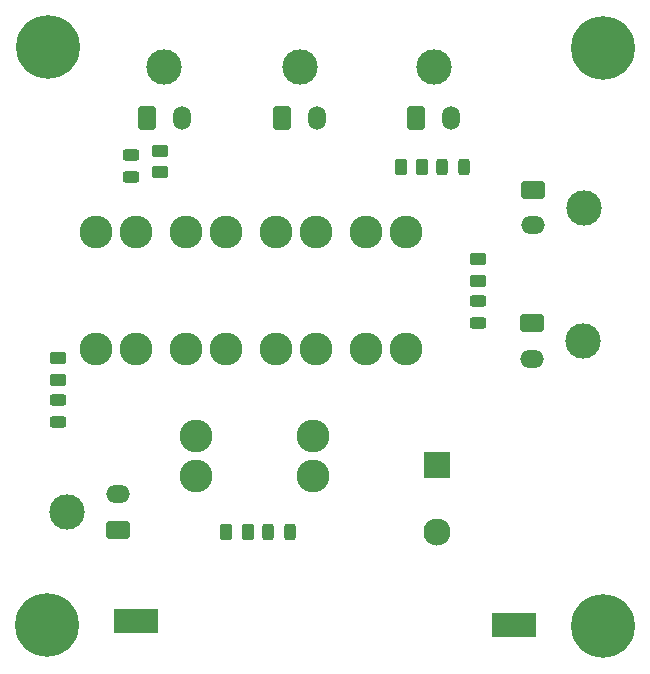
<source format=gbr>
%TF.GenerationSoftware,KiCad,Pcbnew,7.0.8*%
%TF.CreationDate,2024-01-15T21:24:21-08:00*%
%TF.ProjectId,Power Distribution 2023-2024,506f7765-7220-4446-9973-747269627574,rev?*%
%TF.SameCoordinates,Original*%
%TF.FileFunction,Soldermask,Top*%
%TF.FilePolarity,Negative*%
%FSLAX46Y46*%
G04 Gerber Fmt 4.6, Leading zero omitted, Abs format (unit mm)*
G04 Created by KiCad (PCBNEW 7.0.8) date 2024-01-15 21:24:21*
%MOMM*%
%LPD*%
G01*
G04 APERTURE LIST*
G04 Aperture macros list*
%AMRoundRect*
0 Rectangle with rounded corners*
0 $1 Rounding radius*
0 $2 $3 $4 $5 $6 $7 $8 $9 X,Y pos of 4 corners*
0 Add a 4 corners polygon primitive as box body*
4,1,4,$2,$3,$4,$5,$6,$7,$8,$9,$2,$3,0*
0 Add four circle primitives for the rounded corners*
1,1,$1+$1,$2,$3*
1,1,$1+$1,$4,$5*
1,1,$1+$1,$6,$7*
1,1,$1+$1,$8,$9*
0 Add four rect primitives between the rounded corners*
20,1,$1+$1,$2,$3,$4,$5,0*
20,1,$1+$1,$4,$5,$6,$7,0*
20,1,$1+$1,$6,$7,$8,$9,0*
20,1,$1+$1,$8,$9,$2,$3,0*%
G04 Aperture macros list end*
%ADD10C,2.780000*%
%ADD11RoundRect,0.250000X0.262500X0.450000X-0.262500X0.450000X-0.262500X-0.450000X0.262500X-0.450000X0*%
%ADD12C,3.000000*%
%ADD13RoundRect,0.250001X-0.759999X0.499999X-0.759999X-0.499999X0.759999X-0.499999X0.759999X0.499999X0*%
%ADD14O,2.020000X1.500000*%
%ADD15RoundRect,0.250000X-0.450000X0.262500X-0.450000X-0.262500X0.450000X-0.262500X0.450000X0.262500X0*%
%ADD16RoundRect,0.250000X-0.262500X-0.450000X0.262500X-0.450000X0.262500X0.450000X-0.262500X0.450000X0*%
%ADD17RoundRect,0.250001X-0.499999X-0.759999X0.499999X-0.759999X0.499999X0.759999X-0.499999X0.759999X0*%
%ADD18O,1.500000X2.020000*%
%ADD19RoundRect,0.243750X0.456250X-0.243750X0.456250X0.243750X-0.456250X0.243750X-0.456250X-0.243750X0*%
%ADD20R,2.300000X2.300000*%
%ADD21C,2.300000*%
%ADD22C,5.400000*%
%ADD23RoundRect,0.250000X0.450000X-0.262500X0.450000X0.262500X-0.450000X0.262500X-0.450000X-0.262500X0*%
%ADD24RoundRect,0.243750X0.243750X0.456250X-0.243750X0.456250X-0.243750X-0.456250X0.243750X-0.456250X0*%
%ADD25RoundRect,0.243750X-0.456250X0.243750X-0.456250X-0.243750X0.456250X-0.243750X0.456250X0.243750X0*%
%ADD26R,3.800000X2.000000*%
%ADD27RoundRect,0.250001X0.759999X-0.499999X0.759999X0.499999X-0.759999X0.499999X-0.759999X-0.499999X0*%
G04 APERTURE END LIST*
D10*
%TO.C,F5*%
X228180000Y-126460000D03*
X231580000Y-126460000D03*
X228180000Y-116540000D03*
X231580000Y-116540000D03*
%TD*%
%TO.C,F2*%
X220560000Y-126460000D03*
X223960000Y-126460000D03*
X220560000Y-116540000D03*
X223960000Y-116540000D03*
%TD*%
D11*
%TO.C,R4*%
X233419645Y-141973749D03*
X231594645Y-141973749D03*
%TD*%
D12*
%TO.C,J3*%
X261902214Y-114506100D03*
D13*
X257582214Y-113006100D03*
D14*
X257582214Y-116006100D03*
%TD*%
D15*
%TO.C,R2*%
X217344495Y-127279655D03*
X217344495Y-129104655D03*
%TD*%
D16*
%TO.C,R3*%
X246374393Y-111090103D03*
X248199393Y-111090103D03*
%TD*%
D12*
%TO.C,J7*%
X249166756Y-102577783D03*
D17*
X247666756Y-106897783D03*
D18*
X250666756Y-106897783D03*
%TD*%
D19*
%TO.C,D2*%
X217354132Y-132660000D03*
X217354132Y-130785000D03*
%TD*%
D10*
%TO.C,F3*%
X235800000Y-126460000D03*
X239200000Y-126460000D03*
X235800000Y-116540000D03*
X239200000Y-116540000D03*
%TD*%
D20*
%TO.C,J4*%
X249414056Y-136256176D03*
D21*
X249414056Y-141956177D03*
%TD*%
D12*
%TO.C,J5*%
X226362275Y-102611171D03*
D17*
X224862275Y-106931171D03*
D18*
X227862275Y-106931171D03*
%TD*%
D22*
%TO.C,He2*%
X216522170Y-100948890D03*
%TD*%
D12*
%TO.C,J6*%
X237831218Y-102637707D03*
D17*
X236331218Y-106957707D03*
D18*
X239331218Y-106957707D03*
%TD*%
D23*
%TO.C,R5*%
X226000000Y-111500000D03*
X226000000Y-109675000D03*
%TD*%
D15*
%TO.C,R1*%
X252890185Y-118884519D03*
X252890185Y-120709519D03*
%TD*%
D19*
%TO.C,D1*%
X252899117Y-124302636D03*
X252899117Y-122427636D03*
%TD*%
D24*
%TO.C,D4*%
X236997424Y-142000000D03*
X235122424Y-142000000D03*
%TD*%
D10*
%TO.C,F1*%
X243420000Y-126460000D03*
X246820000Y-126460000D03*
X243420000Y-116540000D03*
X246820000Y-116540000D03*
%TD*%
%TO.C,F4*%
X229040000Y-133800000D03*
X229040000Y-137200000D03*
X238960000Y-133800000D03*
X238960000Y-137200000D03*
%TD*%
D25*
%TO.C,D5*%
X223500000Y-110062500D03*
X223500000Y-111937500D03*
%TD*%
D22*
%TO.C,He3*%
X263495160Y-100967233D03*
%TD*%
D12*
%TO.C,J1*%
X261838888Y-125814569D03*
D13*
X257518888Y-124314569D03*
D14*
X257518888Y-127314569D03*
%TD*%
D22*
%TO.C,He1*%
X216462748Y-149860000D03*
%TD*%
%TO.C,He4*%
X263518251Y-149932561D03*
%TD*%
D26*
%TO.C,REF\u002A\u002A*%
X256000000Y-149860000D03*
%TD*%
%TO.C,REF\u002A\u002A*%
X224000000Y-149500000D03*
%TD*%
D12*
%TO.C,J2*%
X218142573Y-140269463D03*
D27*
X222462573Y-141769463D03*
D14*
X222462573Y-138769463D03*
%TD*%
D24*
%TO.C,D3*%
X251775000Y-111086270D03*
X249900000Y-111086270D03*
%TD*%
M02*

</source>
